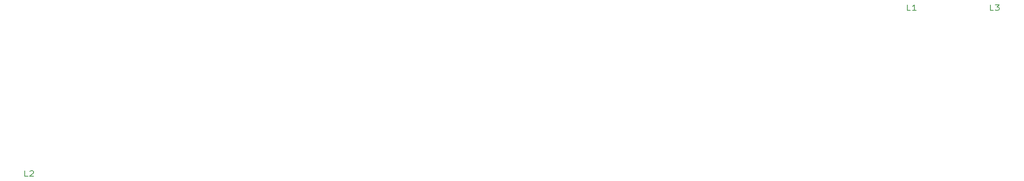
<source format=gbo>
G04 #@! TF.FileFunction,Legend,Bot*
%FSLAX46Y46*%
G04 Gerber Fmt 4.6, Leading zero omitted, Abs format (unit mm)*
G04 Created by KiCad (PCBNEW 4.1.0-alpha+201607250105+6992~46~ubuntu16.04.1-product) date Thu Aug 25 14:36:27 2016*
%MOMM*%
%LPD*%
G01*
G04 APERTURE LIST*
%ADD10C,0.150000*%
%ADD11C,0.203200*%
G04 APERTURE END LIST*
D10*
D11*
X260096000Y-55184523D02*
X259370285Y-55184523D01*
X259370285Y-53914523D01*
X261402285Y-55184523D02*
X260531428Y-55184523D01*
X260966857Y-55184523D02*
X260966857Y-53914523D01*
X260821714Y-54095952D01*
X260676571Y-54216904D01*
X260531428Y-54277380D01*
X57689750Y-93284523D02*
X56964035Y-93284523D01*
X56964035Y-92014523D01*
X58125178Y-92135476D02*
X58197750Y-92075000D01*
X58342892Y-92014523D01*
X58705750Y-92014523D01*
X58850892Y-92075000D01*
X58923464Y-92135476D01*
X58996035Y-92256428D01*
X58996035Y-92377380D01*
X58923464Y-92558809D01*
X58052607Y-93284523D01*
X58996035Y-93284523D01*
X279146000Y-55184523D02*
X278420285Y-55184523D01*
X278420285Y-53914523D01*
X279508857Y-53914523D02*
X280452285Y-53914523D01*
X279944285Y-54398333D01*
X280162000Y-54398333D01*
X280307142Y-54458809D01*
X280379714Y-54519285D01*
X280452285Y-54640238D01*
X280452285Y-54942619D01*
X280379714Y-55063571D01*
X280307142Y-55124047D01*
X280162000Y-55184523D01*
X279726571Y-55184523D01*
X279581428Y-55124047D01*
X279508857Y-55063571D01*
M02*

</source>
